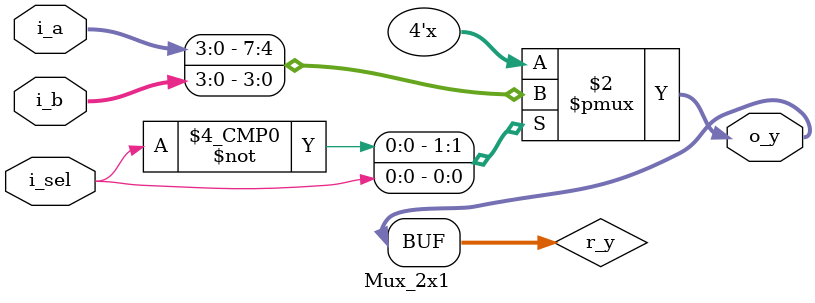
<source format=v>
`timescale 1ns / 1ps



module Mux_2x1(
    input [3:0] i_a,i_b,
    input i_sel,
    
    output [3:0] o_y
    );

    reg [3:0] r_y;
    assign o_y = r_y;

    always @(*) begin
        case(i_sel)
            1'b0 : r_y <=i_a;
            1'b1 : r_y <=i_b;
        endcase

    end

endmodule

</source>
